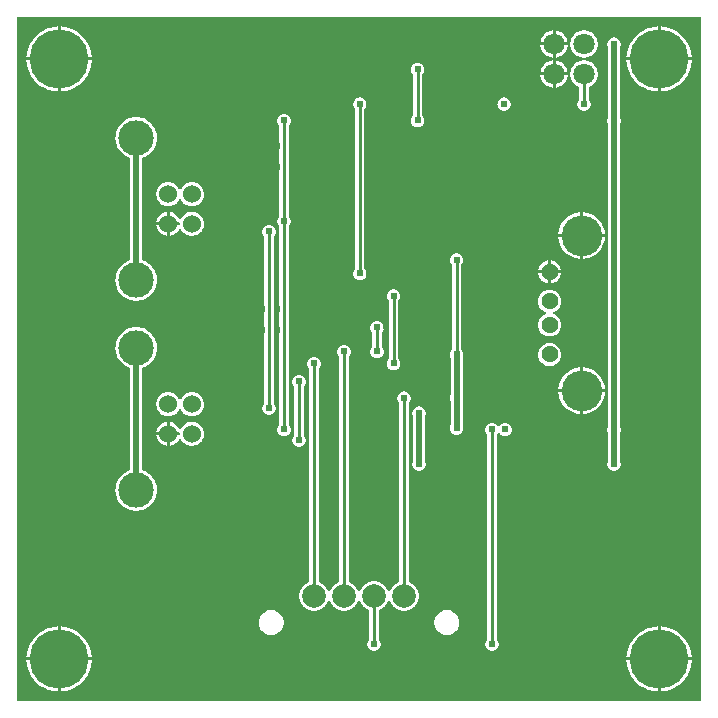
<source format=gbl>
G04 Layer: BottomLayer*
G04 EasyEDA v6.5.34, 2023-09-10 21:38:17*
G04 5915201a24e44bbb9a238a9ce508910a,5a6b42c53f6a479593ecc07194224c93,10*
G04 Gerber Generator version 0.2*
G04 Scale: 100 percent, Rotated: No, Reflected: No *
G04 Dimensions in millimeters *
G04 leading zeros omitted , absolute positions ,4 integer and 5 decimal *
%FSLAX45Y45*%
%MOMM*%

%ADD10C,0.2540*%
%ADD11C,0.5000*%
%ADD12C,3.0000*%
%ADD13C,1.5240*%
%ADD14C,1.4310*%
%ADD15C,3.4501*%
%ADD16C,5.0000*%
%ADD17C,2.0000*%
%ADD18C,1.8000*%
%ADD19C,0.6096*%
%ADD20C,0.0183*%

%LPD*%
G36*
X5805932Y25908D02*
G01*
X36068Y26416D01*
X32156Y27178D01*
X28905Y29362D01*
X26670Y32664D01*
X25908Y36576D01*
X25908Y5805932D01*
X26670Y5809792D01*
X28905Y5813094D01*
X32156Y5815330D01*
X36068Y5816092D01*
X5805932Y5816092D01*
X5809792Y5815330D01*
X5813094Y5813094D01*
X5815330Y5809792D01*
X5816092Y5805932D01*
X5816092Y36068D01*
X5815330Y32156D01*
X5813094Y28905D01*
X5809792Y26670D01*
G37*

%LPC*%
G36*
X4584700Y5600700D02*
G01*
X4687112Y5600700D01*
X4686960Y5602528D01*
X4684268Y5616803D01*
X4679746Y5630672D01*
X4673549Y5643829D01*
X4665776Y5656122D01*
X4656480Y5667349D01*
X4645863Y5677306D01*
X4634077Y5685840D01*
X4621326Y5692851D01*
X4607814Y5698236D01*
X4593691Y5701842D01*
X4584700Y5702960D01*
G37*
G36*
X393700Y105562D02*
G01*
X398322Y105664D01*
X421284Y108051D01*
X443992Y112369D01*
X466242Y118618D01*
X487883Y126644D01*
X508812Y136499D01*
X528828Y148031D01*
X547776Y161239D01*
X565607Y175971D01*
X582117Y192125D01*
X597204Y209600D01*
X610819Y228295D01*
X622757Y248107D01*
X633018Y268782D01*
X641553Y290271D01*
X648208Y312369D01*
X653034Y334975D01*
X655929Y357886D01*
X656336Y368300D01*
X393700Y368300D01*
G37*
G36*
X5448300Y105613D02*
G01*
X5448300Y368300D01*
X5185410Y368300D01*
X5187289Y346405D01*
X5191099Y323646D01*
X5196890Y301244D01*
X5204460Y279450D01*
X5213858Y258317D01*
X5224983Y238099D01*
X5237784Y218846D01*
X5252161Y200710D01*
X5267960Y183896D01*
X5285130Y168402D01*
X5303520Y154432D01*
X5323027Y142036D01*
X5343499Y131368D01*
X5364835Y122377D01*
X5386781Y115265D01*
X5409285Y109982D01*
X5432145Y106629D01*
G37*
G36*
X368300Y105613D02*
G01*
X368300Y368300D01*
X105410Y368300D01*
X107289Y346405D01*
X111099Y323646D01*
X116890Y301244D01*
X124460Y279450D01*
X133858Y258317D01*
X144983Y238099D01*
X157784Y218846D01*
X172161Y200710D01*
X187960Y183896D01*
X205130Y168402D01*
X223520Y154432D01*
X243027Y142036D01*
X263499Y131368D01*
X284835Y122377D01*
X306781Y115265D01*
X329285Y109982D01*
X352145Y106629D01*
G37*
G36*
X393700Y393700D02*
G01*
X656336Y393700D01*
X655929Y404063D01*
X653034Y427024D01*
X648208Y449630D01*
X641553Y471728D01*
X633018Y493217D01*
X622757Y513892D01*
X610819Y533654D01*
X597204Y552348D01*
X582117Y569874D01*
X565607Y586028D01*
X547776Y600760D01*
X528828Y613968D01*
X508812Y625500D01*
X487883Y635355D01*
X466242Y643382D01*
X443992Y649630D01*
X421284Y653948D01*
X398322Y656336D01*
X393700Y656437D01*
G37*
G36*
X5473700Y393700D02*
G01*
X5736336Y393700D01*
X5735929Y404063D01*
X5733034Y427024D01*
X5728208Y449630D01*
X5721553Y471728D01*
X5713018Y493217D01*
X5702757Y513892D01*
X5690819Y533654D01*
X5677204Y552348D01*
X5662117Y569874D01*
X5645607Y586028D01*
X5627776Y600760D01*
X5608828Y613968D01*
X5588812Y625500D01*
X5567883Y635355D01*
X5546242Y643382D01*
X5523992Y649630D01*
X5501284Y653948D01*
X5478322Y656336D01*
X5473700Y656437D01*
G37*
G36*
X105410Y393700D02*
G01*
X368300Y393700D01*
X368300Y656386D01*
X352145Y655370D01*
X329285Y652018D01*
X306781Y646734D01*
X284835Y639572D01*
X263499Y630631D01*
X243027Y619912D01*
X223520Y607568D01*
X205130Y593598D01*
X187960Y578104D01*
X172161Y561289D01*
X157784Y543153D01*
X144983Y523900D01*
X133858Y503682D01*
X124460Y482549D01*
X116890Y460756D01*
X111099Y438353D01*
X107289Y415594D01*
G37*
G36*
X5185410Y393700D02*
G01*
X5448300Y393700D01*
X5448300Y656386D01*
X5432145Y655370D01*
X5409285Y652018D01*
X5386781Y646734D01*
X5364835Y639572D01*
X5343499Y630631D01*
X5323027Y619912D01*
X5303520Y607568D01*
X5285130Y593598D01*
X5267960Y578104D01*
X5252161Y561289D01*
X5237784Y543153D01*
X5224983Y523900D01*
X5213858Y503682D01*
X5204460Y482549D01*
X5196890Y460756D01*
X5191099Y438353D01*
X5187289Y415594D01*
G37*
G36*
X4047083Y451662D02*
G01*
X4056887Y452526D01*
X4066336Y455066D01*
X4075277Y459232D01*
X4083304Y464820D01*
X4090263Y471779D01*
X4095902Y479856D01*
X4100017Y488746D01*
X4102557Y498246D01*
X4103420Y508000D01*
X4102557Y517804D01*
X4100017Y527304D01*
X4095902Y536194D01*
X4090263Y544220D01*
X4088688Y545795D01*
X4086453Y549097D01*
X4085691Y553008D01*
X4085691Y2279091D01*
X4086453Y2283002D01*
X4088688Y2286304D01*
X4090263Y2287879D01*
X4093768Y2292908D01*
X4096562Y2295601D01*
X4100169Y2297023D01*
X4104030Y2297023D01*
X4107637Y2295601D01*
X4110431Y2292908D01*
X4113936Y2287879D01*
X4120845Y2280920D01*
X4128922Y2275281D01*
X4137812Y2271166D01*
X4147312Y2268626D01*
X4157116Y2267762D01*
X4166870Y2268626D01*
X4176369Y2271166D01*
X4185259Y2275281D01*
X4193336Y2280920D01*
X4200245Y2287879D01*
X4205884Y2295906D01*
X4210050Y2304846D01*
X4212590Y2314295D01*
X4213453Y2324100D01*
X4212590Y2333904D01*
X4210050Y2343353D01*
X4205884Y2352294D01*
X4200245Y2360320D01*
X4193336Y2367280D01*
X4185259Y2372918D01*
X4176369Y2377033D01*
X4166870Y2379573D01*
X4157116Y2380437D01*
X4147312Y2379573D01*
X4137812Y2377033D01*
X4128922Y2372918D01*
X4120845Y2367280D01*
X4113936Y2360320D01*
X4110431Y2355291D01*
X4107637Y2352598D01*
X4104030Y2351176D01*
X4100169Y2351176D01*
X4096562Y2352598D01*
X4093768Y2355291D01*
X4090263Y2360320D01*
X4083304Y2367280D01*
X4075277Y2372918D01*
X4066336Y2377033D01*
X4056887Y2379573D01*
X4047083Y2380437D01*
X4037279Y2379573D01*
X4027830Y2377033D01*
X4018889Y2372918D01*
X4010863Y2367280D01*
X4003903Y2360320D01*
X3998264Y2352294D01*
X3994150Y2343353D01*
X3991610Y2333904D01*
X3990746Y2324100D01*
X3991610Y2314295D01*
X3994150Y2304846D01*
X3998264Y2295906D01*
X4003903Y2287879D01*
X4005478Y2286304D01*
X4007713Y2283002D01*
X4008475Y2279091D01*
X4008475Y553008D01*
X4007713Y549097D01*
X4005478Y545795D01*
X4003903Y544220D01*
X3998264Y536194D01*
X3994150Y527304D01*
X3991610Y517804D01*
X3990746Y508000D01*
X3991610Y498246D01*
X3994150Y488746D01*
X3998264Y479856D01*
X4003903Y471779D01*
X4010863Y464820D01*
X4018889Y459232D01*
X4027830Y455066D01*
X4037279Y452526D01*
G37*
G36*
X3048000Y451713D02*
G01*
X3057804Y452577D01*
X3067253Y455117D01*
X3076194Y459232D01*
X3084220Y464870D01*
X3091180Y471830D01*
X3096818Y479856D01*
X3100933Y488797D01*
X3103473Y498246D01*
X3104337Y508050D01*
X3103473Y517855D01*
X3100933Y527304D01*
X3096818Y536244D01*
X3091180Y544271D01*
X3089605Y545846D01*
X3087370Y549148D01*
X3086608Y553059D01*
X3086608Y787400D01*
X3087319Y791210D01*
X3089452Y794410D01*
X3092602Y796645D01*
X3106521Y802894D01*
X3119526Y810768D01*
X3131464Y820166D01*
X3142234Y830884D01*
X3151581Y842873D01*
X3159455Y855878D01*
X3165754Y869797D01*
X3167938Y872947D01*
X3171190Y875080D01*
X3175000Y875792D01*
X3178810Y875080D01*
X3182010Y872947D01*
X3184245Y869797D01*
X3190544Y855878D01*
X3198368Y842873D01*
X3207766Y830884D01*
X3218535Y820166D01*
X3230473Y810768D01*
X3243478Y802894D01*
X3257346Y796696D01*
X3271875Y792175D01*
X3286810Y789432D01*
X3302000Y788517D01*
X3317189Y789432D01*
X3332124Y792175D01*
X3346653Y796696D01*
X3360521Y802894D01*
X3373526Y810768D01*
X3385464Y820166D01*
X3396234Y830884D01*
X3405581Y842873D01*
X3413455Y855878D01*
X3419703Y869746D01*
X3424224Y884275D01*
X3426968Y899210D01*
X3427882Y914400D01*
X3426968Y929538D01*
X3424224Y944524D01*
X3419703Y959002D01*
X3413455Y972870D01*
X3405581Y985875D01*
X3396234Y997864D01*
X3385464Y1008634D01*
X3373526Y1017981D01*
X3360521Y1025855D01*
X3346602Y1032103D01*
X3343452Y1034338D01*
X3341319Y1037590D01*
X3340608Y1041400D01*
X3340608Y2545791D01*
X3341370Y2549702D01*
X3343605Y2553004D01*
X3345179Y2554579D01*
X3350818Y2562606D01*
X3354933Y2571546D01*
X3357473Y2580995D01*
X3358337Y2590800D01*
X3357473Y2600604D01*
X3354933Y2610053D01*
X3350818Y2618994D01*
X3345179Y2627020D01*
X3338220Y2633980D01*
X3330194Y2639618D01*
X3321253Y2643733D01*
X3311804Y2646273D01*
X3302000Y2647137D01*
X3292195Y2646273D01*
X3282746Y2643733D01*
X3273806Y2639618D01*
X3265779Y2633980D01*
X3258820Y2627020D01*
X3253181Y2618994D01*
X3249066Y2610053D01*
X3246526Y2600604D01*
X3245662Y2590800D01*
X3246526Y2580995D01*
X3249066Y2571546D01*
X3253181Y2562606D01*
X3258820Y2554579D01*
X3260394Y2553004D01*
X3262629Y2549702D01*
X3263392Y2545791D01*
X3263392Y1041400D01*
X3262680Y1037590D01*
X3260547Y1034338D01*
X3257397Y1032103D01*
X3243478Y1025855D01*
X3230473Y1017981D01*
X3218535Y1008634D01*
X3207766Y997864D01*
X3198368Y985875D01*
X3190544Y972870D01*
X3184245Y958951D01*
X3182010Y955802D01*
X3178810Y953719D01*
X3175000Y952957D01*
X3171190Y953719D01*
X3167938Y955802D01*
X3165754Y958951D01*
X3159455Y972870D01*
X3151581Y985875D01*
X3142234Y997864D01*
X3131464Y1008634D01*
X3119526Y1017981D01*
X3106521Y1025855D01*
X3092653Y1032103D01*
X3078124Y1036624D01*
X3063189Y1039368D01*
X3048000Y1040282D01*
X3032810Y1039368D01*
X3017875Y1036624D01*
X3003346Y1032103D01*
X2989478Y1025855D01*
X2976473Y1017981D01*
X2964535Y1008634D01*
X2953766Y997864D01*
X2944368Y985875D01*
X2936544Y972870D01*
X2930245Y958951D01*
X2928010Y955802D01*
X2924810Y953719D01*
X2921000Y952957D01*
X2917190Y953719D01*
X2913938Y955802D01*
X2911754Y958951D01*
X2905455Y972870D01*
X2897581Y985875D01*
X2888234Y997864D01*
X2877464Y1008634D01*
X2865526Y1017981D01*
X2852521Y1025855D01*
X2838602Y1032103D01*
X2835452Y1034338D01*
X2833319Y1037590D01*
X2832608Y1041400D01*
X2832608Y2939491D01*
X2833370Y2943402D01*
X2835605Y2946704D01*
X2837180Y2948279D01*
X2842818Y2956306D01*
X2846933Y2965246D01*
X2849473Y2974695D01*
X2850337Y2984500D01*
X2849473Y2994304D01*
X2846933Y3003753D01*
X2842818Y3012694D01*
X2837180Y3020720D01*
X2830220Y3027680D01*
X2822194Y3033318D01*
X2813253Y3037433D01*
X2803804Y3039973D01*
X2794000Y3040837D01*
X2784195Y3039973D01*
X2774746Y3037433D01*
X2765806Y3033318D01*
X2757779Y3027680D01*
X2750820Y3020720D01*
X2745181Y3012694D01*
X2741066Y3003753D01*
X2738526Y2994304D01*
X2737662Y2984500D01*
X2738526Y2974695D01*
X2741066Y2965246D01*
X2745181Y2956306D01*
X2750820Y2948279D01*
X2752394Y2946704D01*
X2754630Y2943402D01*
X2755392Y2939542D01*
X2755392Y1041400D01*
X2754680Y1037590D01*
X2752547Y1034338D01*
X2749397Y1032103D01*
X2735478Y1025855D01*
X2722473Y1017981D01*
X2710535Y1008634D01*
X2699766Y997864D01*
X2690368Y985875D01*
X2682544Y972870D01*
X2676245Y958951D01*
X2674010Y955802D01*
X2670810Y953719D01*
X2667000Y952957D01*
X2663190Y953719D01*
X2659938Y955802D01*
X2657754Y958951D01*
X2651455Y972870D01*
X2643581Y985875D01*
X2634234Y997864D01*
X2623464Y1008634D01*
X2611526Y1017981D01*
X2598521Y1025855D01*
X2584602Y1032103D01*
X2581452Y1034338D01*
X2579319Y1037590D01*
X2578608Y1041400D01*
X2578608Y2837891D01*
X2579370Y2841802D01*
X2581605Y2845104D01*
X2583180Y2846679D01*
X2588818Y2854706D01*
X2592933Y2863646D01*
X2595473Y2873095D01*
X2596337Y2882900D01*
X2595473Y2892704D01*
X2592933Y2902153D01*
X2588818Y2911094D01*
X2583180Y2919120D01*
X2576220Y2926080D01*
X2568194Y2931718D01*
X2559253Y2935833D01*
X2549804Y2938373D01*
X2540000Y2939237D01*
X2530195Y2938373D01*
X2520746Y2935833D01*
X2511806Y2931718D01*
X2503779Y2926080D01*
X2496820Y2919120D01*
X2491181Y2911094D01*
X2487066Y2902153D01*
X2484526Y2892704D01*
X2483662Y2882900D01*
X2484526Y2873095D01*
X2487066Y2863646D01*
X2491181Y2854706D01*
X2496820Y2846679D01*
X2498394Y2845104D01*
X2500630Y2841802D01*
X2501392Y2837942D01*
X2501392Y1041400D01*
X2500680Y1037590D01*
X2498547Y1034338D01*
X2495397Y1032103D01*
X2481478Y1025855D01*
X2468473Y1017981D01*
X2456535Y1008634D01*
X2445766Y997864D01*
X2436368Y985875D01*
X2428544Y972870D01*
X2422296Y959002D01*
X2417775Y944524D01*
X2415032Y929538D01*
X2414117Y914400D01*
X2415032Y899210D01*
X2417775Y884275D01*
X2422296Y869746D01*
X2428544Y855878D01*
X2436368Y842873D01*
X2445766Y830884D01*
X2456535Y820166D01*
X2468473Y810768D01*
X2481478Y802894D01*
X2495346Y796696D01*
X2509875Y792175D01*
X2524810Y789432D01*
X2540000Y788517D01*
X2555189Y789432D01*
X2570124Y792175D01*
X2584653Y796696D01*
X2598521Y802894D01*
X2611526Y810768D01*
X2623464Y820166D01*
X2634234Y830884D01*
X2643581Y842873D01*
X2651455Y855878D01*
X2657754Y869797D01*
X2659938Y872947D01*
X2663190Y875080D01*
X2667000Y875792D01*
X2670810Y875080D01*
X2674010Y872947D01*
X2676245Y869797D01*
X2682544Y855878D01*
X2690368Y842873D01*
X2699766Y830884D01*
X2710535Y820166D01*
X2722473Y810768D01*
X2735478Y802894D01*
X2749346Y796696D01*
X2763875Y792175D01*
X2778810Y789432D01*
X2794000Y788517D01*
X2809189Y789432D01*
X2824124Y792175D01*
X2838653Y796696D01*
X2852521Y802894D01*
X2865526Y810768D01*
X2877464Y820166D01*
X2888234Y830884D01*
X2897581Y842873D01*
X2905455Y855878D01*
X2911754Y869797D01*
X2913938Y872947D01*
X2917190Y875080D01*
X2921000Y875792D01*
X2924810Y875080D01*
X2928010Y872947D01*
X2930245Y869797D01*
X2936544Y855878D01*
X2944368Y842873D01*
X2953766Y830884D01*
X2964535Y820166D01*
X2976473Y810768D01*
X2989478Y802894D01*
X3003397Y796645D01*
X3006547Y794410D01*
X3008680Y791159D01*
X3009392Y787400D01*
X3009392Y553059D01*
X3008630Y549148D01*
X3006394Y545846D01*
X3004820Y544271D01*
X2999181Y536244D01*
X2995066Y527304D01*
X2992526Y517855D01*
X2991662Y508050D01*
X2992526Y498246D01*
X2995066Y488797D01*
X2999181Y479856D01*
X3004820Y471830D01*
X3011779Y464870D01*
X3019806Y459232D01*
X3028746Y455117D01*
X3038195Y452577D01*
G37*
G36*
X2177440Y583488D02*
G01*
X2191258Y584403D01*
X2204821Y587095D01*
X2217978Y591566D01*
X2230374Y597662D01*
X2241905Y605383D01*
X2252319Y614527D01*
X2261463Y624941D01*
X2269134Y636422D01*
X2275281Y648868D01*
X2279700Y661974D01*
X2282444Y675538D01*
X2283307Y689356D01*
X2282444Y703224D01*
X2279700Y716788D01*
X2275281Y729894D01*
X2269134Y742340D01*
X2261463Y753821D01*
X2252319Y764235D01*
X2241905Y773379D01*
X2230374Y781100D01*
X2217978Y787196D01*
X2204821Y791667D01*
X2191258Y794359D01*
X2177440Y795274D01*
X2163622Y794359D01*
X2150059Y791667D01*
X2136902Y787196D01*
X2124506Y781100D01*
X2112975Y773379D01*
X2102561Y764235D01*
X2093417Y753821D01*
X2085746Y742340D01*
X2079599Y729894D01*
X2075180Y716788D01*
X2072436Y703224D01*
X2071573Y689356D01*
X2072436Y675538D01*
X2075180Y661974D01*
X2079599Y648868D01*
X2085746Y636422D01*
X2093417Y624941D01*
X2102561Y614527D01*
X2112975Y605383D01*
X2124506Y597662D01*
X2136902Y591566D01*
X2150059Y587095D01*
X2163622Y584403D01*
G37*
G36*
X3664559Y583488D02*
G01*
X3678377Y584403D01*
X3691940Y587095D01*
X3705047Y591566D01*
X3717493Y597662D01*
X3728974Y605383D01*
X3739387Y614527D01*
X3748532Y624941D01*
X3756253Y636422D01*
X3762349Y648868D01*
X3766820Y661974D01*
X3769512Y675538D01*
X3770426Y689356D01*
X3769512Y703224D01*
X3766820Y716788D01*
X3762349Y729894D01*
X3756253Y742340D01*
X3748532Y753821D01*
X3739387Y764235D01*
X3728974Y773379D01*
X3717493Y781100D01*
X3705047Y787196D01*
X3691940Y791667D01*
X3678377Y794359D01*
X3664559Y795274D01*
X3650691Y794359D01*
X3637127Y791667D01*
X3624021Y787196D01*
X3611575Y781100D01*
X3600094Y773379D01*
X3589680Y764235D01*
X3580536Y753821D01*
X3572814Y742340D01*
X3566718Y729894D01*
X3562248Y716788D01*
X3559556Y703224D01*
X3558641Y689356D01*
X3559556Y675538D01*
X3562248Y661974D01*
X3566718Y648868D01*
X3572814Y636422D01*
X3580536Y624941D01*
X3589680Y614527D01*
X3600094Y605383D01*
X3611575Y597662D01*
X3624021Y591566D01*
X3637127Y587095D01*
X3650691Y584403D01*
G37*
G36*
X4456887Y5600700D02*
G01*
X4559300Y5600700D01*
X4559300Y5702960D01*
X4550308Y5701842D01*
X4536186Y5698236D01*
X4522673Y5692851D01*
X4509922Y5685840D01*
X4498136Y5677306D01*
X4487519Y5667349D01*
X4478223Y5656122D01*
X4470450Y5643829D01*
X4464253Y5630672D01*
X4459732Y5616803D01*
X4457039Y5602528D01*
G37*
G36*
X105410Y5473700D02*
G01*
X368300Y5473700D01*
X368300Y5736386D01*
X352145Y5735370D01*
X329285Y5732018D01*
X306781Y5726734D01*
X284835Y5719572D01*
X263499Y5710631D01*
X243027Y5699912D01*
X223520Y5687568D01*
X205130Y5673598D01*
X187960Y5658104D01*
X172161Y5641289D01*
X157784Y5623153D01*
X144983Y5603900D01*
X133858Y5583682D01*
X124460Y5562549D01*
X116890Y5540756D01*
X111099Y5518353D01*
X107289Y5495594D01*
G37*
G36*
X5185410Y5473700D02*
G01*
X5448300Y5473700D01*
X5448300Y5736386D01*
X5432145Y5735370D01*
X5409285Y5732018D01*
X5386781Y5726734D01*
X5364835Y5719572D01*
X5343499Y5710631D01*
X5323027Y5699912D01*
X5303520Y5687568D01*
X5285130Y5673598D01*
X5267960Y5658104D01*
X5252161Y5641289D01*
X5237784Y5623153D01*
X5224983Y5603900D01*
X5213858Y5583682D01*
X5204460Y5562549D01*
X5196890Y5540756D01*
X5191099Y5518353D01*
X5187289Y5495594D01*
G37*
G36*
X393700Y5473700D02*
G01*
X656336Y5473700D01*
X655929Y5484063D01*
X653034Y5507024D01*
X648208Y5529630D01*
X641553Y5551728D01*
X633018Y5573217D01*
X622757Y5593892D01*
X610819Y5613654D01*
X597204Y5632348D01*
X582117Y5649874D01*
X565607Y5666028D01*
X547776Y5680760D01*
X528828Y5693968D01*
X508812Y5705500D01*
X487883Y5715355D01*
X466242Y5723382D01*
X443992Y5729630D01*
X421284Y5733948D01*
X398322Y5736336D01*
X393700Y5736437D01*
G37*
G36*
X5473700Y5473700D02*
G01*
X5736336Y5473700D01*
X5735929Y5484063D01*
X5733034Y5507024D01*
X5728208Y5529630D01*
X5721553Y5551728D01*
X5713018Y5573217D01*
X5702757Y5593892D01*
X5690819Y5613654D01*
X5677204Y5632348D01*
X5662117Y5649874D01*
X5645607Y5666028D01*
X5627776Y5680760D01*
X5608828Y5693968D01*
X5588812Y5705500D01*
X5567883Y5715355D01*
X5546242Y5723382D01*
X5523992Y5729630D01*
X5501284Y5733948D01*
X5478322Y5736336D01*
X5473700Y5736437D01*
G37*
G36*
X4584700Y5473039D02*
G01*
X4593691Y5474157D01*
X4607814Y5477764D01*
X4621326Y5483148D01*
X4634077Y5490159D01*
X4645863Y5498693D01*
X4656480Y5508650D01*
X4665776Y5519877D01*
X4673549Y5532170D01*
X4679746Y5545328D01*
X4684268Y5559196D01*
X4686960Y5573471D01*
X4687112Y5575300D01*
X4584700Y5575300D01*
G37*
G36*
X1034491Y1635099D02*
G01*
X1052576Y1636014D01*
X1070508Y1638807D01*
X1087983Y1643430D01*
X1104950Y1649831D01*
X1121156Y1657908D01*
X1136446Y1667662D01*
X1150620Y1678889D01*
X1163574Y1691538D01*
X1175207Y1705406D01*
X1185316Y1720443D01*
X1193800Y1736445D01*
X1200658Y1753209D01*
X1205687Y1770583D01*
X1208938Y1788414D01*
X1210360Y1806448D01*
X1209903Y1824583D01*
X1207566Y1842516D01*
X1203401Y1860143D01*
X1197457Y1877263D01*
X1189786Y1893671D01*
X1180439Y1909165D01*
X1169568Y1923694D01*
X1157274Y1936953D01*
X1143660Y1948942D01*
X1128928Y1959406D01*
X1113129Y1968347D01*
X1096568Y1975561D01*
X1092504Y1976882D01*
X1088796Y1978964D01*
X1086307Y1982419D01*
X1085443Y1986534D01*
X1085443Y2839466D01*
X1086256Y2843428D01*
X1088542Y2846781D01*
X1091996Y2848965D01*
X1104950Y2853842D01*
X1121156Y2861919D01*
X1136446Y2871673D01*
X1150620Y2882900D01*
X1163574Y2895549D01*
X1175207Y2909417D01*
X1185316Y2924454D01*
X1193800Y2940456D01*
X1200658Y2957220D01*
X1205687Y2974594D01*
X1208938Y2992424D01*
X1210360Y3010458D01*
X1209903Y3028594D01*
X1207566Y3046526D01*
X1203401Y3064154D01*
X1197457Y3081274D01*
X1189786Y3097682D01*
X1180439Y3113176D01*
X1169568Y3127705D01*
X1157274Y3140964D01*
X1143660Y3152952D01*
X1128928Y3163417D01*
X1113129Y3172358D01*
X1096568Y3179572D01*
X1079296Y3185109D01*
X1061567Y3188817D01*
X1043584Y3190646D01*
X1025448Y3190646D01*
X1007465Y3188817D01*
X989736Y3185109D01*
X972464Y3179572D01*
X955852Y3172358D01*
X940104Y3163417D01*
X925321Y3152952D01*
X911758Y3140964D01*
X899464Y3127705D01*
X888593Y3113176D01*
X879246Y3097682D01*
X871575Y3081274D01*
X865632Y3064154D01*
X861466Y3046526D01*
X859129Y3028594D01*
X858672Y3010458D01*
X860094Y2992424D01*
X863295Y2974594D01*
X868375Y2957220D01*
X875182Y2940456D01*
X883716Y2924454D01*
X893826Y2909417D01*
X905408Y2895549D01*
X918413Y2882900D01*
X932586Y2871673D01*
X947877Y2861919D01*
X964082Y2853842D01*
X977036Y2848965D01*
X980490Y2846781D01*
X982776Y2843428D01*
X983589Y2839415D01*
X983589Y1986584D01*
X982726Y1982419D01*
X980236Y1979015D01*
X976528Y1976882D01*
X972464Y1975561D01*
X955852Y1968347D01*
X940104Y1959406D01*
X925321Y1948942D01*
X911758Y1936953D01*
X899464Y1923694D01*
X888593Y1909165D01*
X879246Y1893671D01*
X871575Y1877263D01*
X865632Y1860143D01*
X861466Y1842516D01*
X859129Y1824583D01*
X858672Y1806448D01*
X860094Y1788414D01*
X863295Y1770583D01*
X868375Y1753209D01*
X875182Y1736445D01*
X883716Y1720443D01*
X893826Y1705406D01*
X905408Y1691538D01*
X918413Y1678889D01*
X932586Y1667662D01*
X947877Y1657908D01*
X964082Y1649831D01*
X980998Y1643430D01*
X998524Y1638807D01*
X1016406Y1636014D01*
G37*
G36*
X3429000Y1975662D02*
G01*
X3438804Y1976526D01*
X3448253Y1979066D01*
X3457194Y1983181D01*
X3465220Y1988820D01*
X3472179Y1995779D01*
X3477818Y2003806D01*
X3481933Y2012746D01*
X3484473Y2022195D01*
X3485337Y2032000D01*
X3484473Y2041804D01*
X3481933Y2051253D01*
X3480866Y2053589D01*
X3479901Y2057907D01*
X3479901Y2437892D01*
X3480866Y2442210D01*
X3481933Y2444546D01*
X3484473Y2453995D01*
X3485337Y2463800D01*
X3484473Y2473604D01*
X3481933Y2483053D01*
X3477818Y2491994D01*
X3472179Y2500020D01*
X3465220Y2506980D01*
X3457194Y2512618D01*
X3448253Y2516733D01*
X3438804Y2519273D01*
X3429000Y2520137D01*
X3419195Y2519273D01*
X3409746Y2516733D01*
X3400806Y2512618D01*
X3392779Y2506980D01*
X3385820Y2500020D01*
X3380181Y2491994D01*
X3376066Y2483053D01*
X3373526Y2473604D01*
X3372662Y2463800D01*
X3373526Y2453995D01*
X3376066Y2444546D01*
X3377133Y2442210D01*
X3378098Y2437892D01*
X3378098Y2057907D01*
X3377133Y2053589D01*
X3376066Y2051253D01*
X3373526Y2041804D01*
X3372662Y2032000D01*
X3373526Y2022195D01*
X3376066Y2012746D01*
X3380181Y2003806D01*
X3385820Y1995779D01*
X3392779Y1988820D01*
X3400806Y1983181D01*
X3409746Y1979066D01*
X3419195Y1976526D01*
G37*
G36*
X5080000Y1975662D02*
G01*
X5089804Y1976526D01*
X5099253Y1979066D01*
X5108194Y1983181D01*
X5116220Y1988820D01*
X5123180Y1995779D01*
X5128818Y2003806D01*
X5132933Y2012746D01*
X5135473Y2022195D01*
X5136337Y2032000D01*
X5135473Y2041804D01*
X5132933Y2051253D01*
X5131866Y2053589D01*
X5130901Y2057907D01*
X5130901Y2298192D01*
X5131866Y2302510D01*
X5132933Y2304846D01*
X5135473Y2314295D01*
X5136337Y2324100D01*
X5135473Y2333904D01*
X5132933Y2343353D01*
X5131866Y2345690D01*
X5130901Y2350008D01*
X5130901Y4914392D01*
X5131866Y4918710D01*
X5132933Y4921046D01*
X5135473Y4930495D01*
X5136337Y4940300D01*
X5135473Y4950104D01*
X5132933Y4959553D01*
X5131866Y4961890D01*
X5130901Y4966208D01*
X5130901Y5562092D01*
X5131866Y5566410D01*
X5132933Y5568746D01*
X5135473Y5578195D01*
X5136337Y5588000D01*
X5135473Y5597804D01*
X5132933Y5607253D01*
X5128818Y5616194D01*
X5123180Y5624220D01*
X5116220Y5631180D01*
X5108194Y5636818D01*
X5099253Y5640933D01*
X5089804Y5643473D01*
X5080000Y5644337D01*
X5070195Y5643473D01*
X5060746Y5640933D01*
X5051806Y5636818D01*
X5043779Y5631180D01*
X5036820Y5624220D01*
X5031181Y5616194D01*
X5027066Y5607253D01*
X5024526Y5597804D01*
X5023662Y5588000D01*
X5024526Y5578195D01*
X5027066Y5568746D01*
X5028133Y5566410D01*
X5029098Y5562092D01*
X5029098Y4966208D01*
X5028133Y4961890D01*
X5027066Y4959553D01*
X5024526Y4950104D01*
X5023662Y4940300D01*
X5024526Y4930495D01*
X5027066Y4921046D01*
X5028133Y4918659D01*
X5029098Y4914392D01*
X5029098Y2350008D01*
X5028133Y2345690D01*
X5027066Y2343353D01*
X5024526Y2333904D01*
X5023662Y2324100D01*
X5024526Y2314295D01*
X5027066Y2304846D01*
X5028133Y2302510D01*
X5029098Y2298192D01*
X5029098Y2057907D01*
X5028133Y2053589D01*
X5027066Y2051253D01*
X5024526Y2041804D01*
X5023662Y2032000D01*
X5024526Y2022195D01*
X5027066Y2012746D01*
X5031181Y2003806D01*
X5036820Y1995779D01*
X5043779Y1988820D01*
X5051806Y1983181D01*
X5060746Y1979066D01*
X5070195Y1976526D01*
G37*
G36*
X2413000Y2178862D02*
G01*
X2422804Y2179726D01*
X2432253Y2182266D01*
X2441194Y2186381D01*
X2449220Y2192020D01*
X2456180Y2198979D01*
X2461818Y2207006D01*
X2465933Y2215946D01*
X2468473Y2225395D01*
X2469337Y2235200D01*
X2468473Y2245004D01*
X2465933Y2254453D01*
X2461818Y2263394D01*
X2456180Y2271420D01*
X2454605Y2272995D01*
X2452370Y2276297D01*
X2451608Y2280208D01*
X2451608Y2685491D01*
X2452370Y2689402D01*
X2454605Y2692704D01*
X2456180Y2694279D01*
X2461818Y2702306D01*
X2465933Y2711246D01*
X2468473Y2720695D01*
X2469337Y2730500D01*
X2468473Y2740304D01*
X2465933Y2749753D01*
X2461818Y2758694D01*
X2456180Y2766720D01*
X2449220Y2773680D01*
X2441194Y2779318D01*
X2432253Y2783433D01*
X2422804Y2785973D01*
X2413000Y2786837D01*
X2403195Y2785973D01*
X2393746Y2783433D01*
X2384806Y2779318D01*
X2376779Y2773680D01*
X2369820Y2766720D01*
X2364181Y2758694D01*
X2360066Y2749753D01*
X2357526Y2740304D01*
X2356662Y2730500D01*
X2357526Y2720695D01*
X2360066Y2711246D01*
X2364181Y2702306D01*
X2369820Y2694279D01*
X2371394Y2692704D01*
X2373630Y2689402D01*
X2374392Y2685542D01*
X2374392Y2280208D01*
X2373630Y2276297D01*
X2371394Y2272995D01*
X2369820Y2271420D01*
X2364181Y2263394D01*
X2360066Y2254453D01*
X2357526Y2245004D01*
X2356662Y2235200D01*
X2357526Y2225395D01*
X2360066Y2215946D01*
X2364181Y2207006D01*
X2369820Y2198979D01*
X2376779Y2192020D01*
X2384806Y2186381D01*
X2393746Y2182266D01*
X2403195Y2179726D01*
G37*
G36*
X1505508Y2185924D02*
G01*
X1519123Y2186838D01*
X1532483Y2189530D01*
X1545336Y2194001D01*
X1557528Y2200198D01*
X1568754Y2207869D01*
X1578864Y2217064D01*
X1587703Y2227478D01*
X1595018Y2238959D01*
X1600758Y2251303D01*
X1604822Y2264359D01*
X1607058Y2277770D01*
X1607515Y2291435D01*
X1606143Y2304999D01*
X1602994Y2318258D01*
X1598117Y2330958D01*
X1591564Y2342946D01*
X1583436Y2353919D01*
X1573987Y2363724D01*
X1563268Y2372156D01*
X1551533Y2379116D01*
X1538986Y2384450D01*
X1525828Y2388057D01*
X1512316Y2389886D01*
X1498701Y2389886D01*
X1485188Y2388057D01*
X1472031Y2384450D01*
X1459484Y2379116D01*
X1447749Y2372156D01*
X1437030Y2363724D01*
X1427530Y2353919D01*
X1419453Y2342946D01*
X1414424Y2333752D01*
X1411579Y2330500D01*
X1407668Y2328672D01*
X1403350Y2328672D01*
X1399438Y2330500D01*
X1396593Y2333752D01*
X1391564Y2342946D01*
X1383436Y2353919D01*
X1373987Y2363724D01*
X1363268Y2372156D01*
X1351534Y2379116D01*
X1338986Y2384450D01*
X1325829Y2388057D01*
X1318209Y2389073D01*
X1318209Y2300732D01*
X1393342Y2300732D01*
X1397152Y2299970D01*
X1400403Y2297836D01*
X1402638Y2294686D01*
X1403502Y2290876D01*
X1403654Y2285796D01*
X1402994Y2281834D01*
X1400810Y2278430D01*
X1397457Y2276094D01*
X1393494Y2275332D01*
X1318209Y2275332D01*
X1318209Y2186787D01*
X1332484Y2189530D01*
X1345336Y2194001D01*
X1357528Y2200198D01*
X1368755Y2207869D01*
X1378864Y2217064D01*
X1387703Y2227478D01*
X1395018Y2238959D01*
X1396288Y2241651D01*
X1398524Y2244750D01*
X1401724Y2246833D01*
X1405483Y2247544D01*
X1409242Y2246833D01*
X1412494Y2244750D01*
X1414729Y2241651D01*
X1415999Y2238959D01*
X1423314Y2227478D01*
X1432102Y2217064D01*
X1442212Y2207869D01*
X1453489Y2200198D01*
X1465630Y2194001D01*
X1478534Y2189530D01*
X1491894Y2186838D01*
G37*
G36*
X1292809Y2186787D02*
G01*
X1292809Y2275332D01*
X1204366Y2275332D01*
X1206195Y2264359D01*
X1210259Y2251303D01*
X1215999Y2238959D01*
X1223314Y2227478D01*
X1232103Y2217064D01*
X1242212Y2207869D01*
X1253490Y2200198D01*
X1265631Y2194001D01*
X1278534Y2189530D01*
G37*
G36*
X4559300Y5473039D02*
G01*
X4559300Y5575300D01*
X4456887Y5575300D01*
X4457039Y5573471D01*
X4459732Y5559196D01*
X4464253Y5545328D01*
X4470450Y5532170D01*
X4478223Y5519877D01*
X4487519Y5508650D01*
X4498136Y5498693D01*
X4509922Y5490159D01*
X4522673Y5483148D01*
X4536186Y5477764D01*
X4550308Y5474157D01*
G37*
G36*
X2286000Y2267762D02*
G01*
X2295804Y2268626D01*
X2305253Y2271166D01*
X2314194Y2275281D01*
X2322220Y2280920D01*
X2329180Y2287879D01*
X2334818Y2295906D01*
X2338933Y2304846D01*
X2341473Y2314295D01*
X2342337Y2324100D01*
X2341473Y2333904D01*
X2338933Y2343353D01*
X2334818Y2352294D01*
X2329180Y2360320D01*
X2327605Y2361895D01*
X2325370Y2365197D01*
X2324608Y2369108D01*
X2324608Y4044391D01*
X2325370Y4048302D01*
X2327605Y4051604D01*
X2329180Y4053179D01*
X2334818Y4061206D01*
X2338933Y4070146D01*
X2341473Y4079595D01*
X2342337Y4089400D01*
X2341473Y4099204D01*
X2338933Y4108653D01*
X2334818Y4117594D01*
X2329180Y4125620D01*
X2327605Y4127195D01*
X2325370Y4130497D01*
X2324608Y4134408D01*
X2324608Y4895291D01*
X2325370Y4899202D01*
X2327605Y4902504D01*
X2329180Y4904079D01*
X2334818Y4912106D01*
X2338933Y4921046D01*
X2341473Y4930495D01*
X2342337Y4940300D01*
X2341473Y4950104D01*
X2338933Y4959553D01*
X2334818Y4968494D01*
X2329180Y4976520D01*
X2322220Y4983480D01*
X2314194Y4989118D01*
X2305253Y4993233D01*
X2295804Y4995773D01*
X2286000Y4996637D01*
X2276195Y4995773D01*
X2266746Y4993233D01*
X2257806Y4989118D01*
X2249779Y4983480D01*
X2242820Y4976520D01*
X2237181Y4968494D01*
X2233066Y4959553D01*
X2230526Y4950104D01*
X2229662Y4940300D01*
X2230526Y4930495D01*
X2233066Y4921046D01*
X2237181Y4912106D01*
X2242820Y4904079D01*
X2244394Y4902504D01*
X2246630Y4899202D01*
X2247392Y4895291D01*
X2247392Y4134408D01*
X2246630Y4130497D01*
X2244394Y4127195D01*
X2242820Y4125620D01*
X2237181Y4117594D01*
X2233066Y4108653D01*
X2230526Y4099204D01*
X2229662Y4089400D01*
X2230526Y4079595D01*
X2233066Y4070146D01*
X2237181Y4061206D01*
X2242820Y4053179D01*
X2244394Y4051604D01*
X2246630Y4048302D01*
X2247392Y4044391D01*
X2247392Y2369108D01*
X2246630Y2365197D01*
X2244394Y2361895D01*
X2242820Y2360320D01*
X2237181Y2352294D01*
X2233066Y2343353D01*
X2230526Y2333904D01*
X2229662Y2324100D01*
X2230526Y2314295D01*
X2233066Y2304846D01*
X2237181Y2295906D01*
X2242820Y2287879D01*
X2249779Y2280920D01*
X2257806Y2275281D01*
X2266746Y2271166D01*
X2276195Y2268626D01*
G37*
G36*
X4818735Y5472328D02*
G01*
X4833264Y5472328D01*
X4847691Y5474157D01*
X4861814Y5477764D01*
X4875326Y5483148D01*
X4888077Y5490159D01*
X4899863Y5498693D01*
X4910480Y5508650D01*
X4919776Y5519877D01*
X4927549Y5532170D01*
X4933746Y5545328D01*
X4938268Y5559196D01*
X4940960Y5573471D01*
X4941874Y5588000D01*
X4940960Y5602528D01*
X4938268Y5616803D01*
X4933746Y5630672D01*
X4927549Y5643829D01*
X4919776Y5656122D01*
X4910480Y5667349D01*
X4899863Y5677306D01*
X4888077Y5685840D01*
X4875326Y5692851D01*
X4861814Y5698236D01*
X4847691Y5701842D01*
X4833264Y5703671D01*
X4818735Y5703671D01*
X4804308Y5701842D01*
X4790186Y5698236D01*
X4776673Y5692851D01*
X4763922Y5685840D01*
X4752136Y5677306D01*
X4741519Y5667349D01*
X4732223Y5656122D01*
X4724450Y5643829D01*
X4718253Y5630672D01*
X4713732Y5616803D01*
X4711039Y5602528D01*
X4710125Y5588000D01*
X4711039Y5573471D01*
X4713732Y5559196D01*
X4718253Y5545328D01*
X4724450Y5532170D01*
X4732223Y5519877D01*
X4741519Y5508650D01*
X4752136Y5498693D01*
X4763922Y5490159D01*
X4776673Y5483148D01*
X4790186Y5477764D01*
X4804308Y5474157D01*
G37*
G36*
X3746500Y2280462D02*
G01*
X3756304Y2281326D01*
X3765753Y2283866D01*
X3774694Y2287981D01*
X3782720Y2293620D01*
X3789679Y2300579D01*
X3795318Y2308606D01*
X3799433Y2317546D01*
X3801973Y2326995D01*
X3802837Y2336800D01*
X3801973Y2346604D01*
X3799433Y2356053D01*
X3798366Y2358390D01*
X3797401Y2362708D01*
X3797401Y2564892D01*
X3798366Y2569210D01*
X3799433Y2571546D01*
X3801973Y2580995D01*
X3802837Y2590800D01*
X3801973Y2600604D01*
X3799433Y2610053D01*
X3798366Y2612390D01*
X3797401Y2616708D01*
X3797401Y2933192D01*
X3798366Y2937510D01*
X3799433Y2939846D01*
X3801973Y2949295D01*
X3802837Y2959100D01*
X3801973Y2968904D01*
X3799433Y2978353D01*
X3795318Y2987294D01*
X3789679Y2995320D01*
X3788105Y2996895D01*
X3785870Y3000197D01*
X3785108Y3004108D01*
X3785108Y3714191D01*
X3785870Y3718102D01*
X3788105Y3721404D01*
X3789679Y3722979D01*
X3795318Y3731006D01*
X3799433Y3739946D01*
X3801973Y3749395D01*
X3802837Y3759200D01*
X3801973Y3769004D01*
X3799433Y3778453D01*
X3795318Y3787394D01*
X3789679Y3795420D01*
X3782720Y3802379D01*
X3774694Y3808018D01*
X3765753Y3812133D01*
X3756304Y3814673D01*
X3746500Y3815537D01*
X3736695Y3814673D01*
X3727246Y3812133D01*
X3718306Y3808018D01*
X3710279Y3802379D01*
X3703320Y3795420D01*
X3697681Y3787394D01*
X3693566Y3778453D01*
X3691026Y3769004D01*
X3690162Y3759200D01*
X3691026Y3749395D01*
X3693566Y3739946D01*
X3697681Y3731006D01*
X3703320Y3722979D01*
X3704894Y3721404D01*
X3707129Y3718102D01*
X3707892Y3714191D01*
X3707892Y3004108D01*
X3707129Y3000197D01*
X3704894Y2996895D01*
X3703320Y2995320D01*
X3697681Y2987294D01*
X3693566Y2978353D01*
X3691026Y2968904D01*
X3690162Y2959100D01*
X3691026Y2949295D01*
X3693566Y2939846D01*
X3694633Y2937510D01*
X3695598Y2933192D01*
X3695598Y2616708D01*
X3694633Y2612390D01*
X3693566Y2610053D01*
X3691026Y2600604D01*
X3690162Y2590800D01*
X3691026Y2580995D01*
X3693566Y2571546D01*
X3694633Y2569210D01*
X3695598Y2564892D01*
X3695598Y2362708D01*
X3694633Y2358390D01*
X3693566Y2356053D01*
X3691026Y2346604D01*
X3690162Y2336800D01*
X3691026Y2326995D01*
X3693566Y2317546D01*
X3697681Y2308606D01*
X3703320Y2300579D01*
X3710279Y2293620D01*
X3718306Y2287981D01*
X3727246Y2283866D01*
X3736695Y2281326D01*
G37*
G36*
X1204417Y2300732D02*
G01*
X1292809Y2300732D01*
X1292809Y2389073D01*
X1285189Y2388057D01*
X1272032Y2384450D01*
X1259484Y2379116D01*
X1247749Y2372156D01*
X1237030Y2363724D01*
X1227531Y2353919D01*
X1219454Y2342946D01*
X1212900Y2330958D01*
X1208024Y2318258D01*
X1204823Y2304999D01*
G37*
G36*
X4456887Y5346700D02*
G01*
X4559300Y5346700D01*
X4559300Y5448960D01*
X4550308Y5447842D01*
X4536186Y5444236D01*
X4522673Y5438851D01*
X4509922Y5431840D01*
X4498136Y5423306D01*
X4487519Y5413349D01*
X4478223Y5402122D01*
X4470450Y5389829D01*
X4464253Y5376672D01*
X4459732Y5362803D01*
X4457039Y5348528D01*
G37*
G36*
X4584700Y5346700D02*
G01*
X4687112Y5346700D01*
X4686960Y5348528D01*
X4684268Y5362803D01*
X4679746Y5376672D01*
X4673549Y5389829D01*
X4665776Y5402122D01*
X4656480Y5413349D01*
X4645863Y5423306D01*
X4634077Y5431840D01*
X4621326Y5438851D01*
X4607814Y5444236D01*
X4593691Y5447842D01*
X4584700Y5448960D01*
G37*
G36*
X1305509Y2435910D02*
G01*
X1319123Y2436825D01*
X1332484Y2439517D01*
X1345336Y2443988D01*
X1357528Y2450185D01*
X1368755Y2457856D01*
X1378864Y2467051D01*
X1387703Y2477465D01*
X1395018Y2488946D01*
X1396288Y2491638D01*
X1398524Y2494737D01*
X1401724Y2496820D01*
X1405483Y2497531D01*
X1409242Y2496820D01*
X1412494Y2494737D01*
X1414729Y2491638D01*
X1415999Y2488946D01*
X1423314Y2477465D01*
X1432102Y2467051D01*
X1442212Y2457856D01*
X1453489Y2450185D01*
X1465630Y2443988D01*
X1478534Y2439517D01*
X1491894Y2436825D01*
X1505508Y2435910D01*
X1519123Y2436825D01*
X1532483Y2439517D01*
X1545336Y2443988D01*
X1557528Y2450185D01*
X1568754Y2457856D01*
X1578864Y2467051D01*
X1587703Y2477465D01*
X1595018Y2488946D01*
X1600758Y2501290D01*
X1604822Y2514346D01*
X1607058Y2527757D01*
X1607515Y2541422D01*
X1606143Y2554986D01*
X1602994Y2568244D01*
X1598117Y2580944D01*
X1591564Y2592933D01*
X1583436Y2603906D01*
X1573987Y2613710D01*
X1563268Y2622143D01*
X1551533Y2629103D01*
X1538986Y2634437D01*
X1525828Y2638044D01*
X1512316Y2639872D01*
X1498701Y2639872D01*
X1485188Y2638044D01*
X1472031Y2634437D01*
X1459484Y2629103D01*
X1447749Y2622143D01*
X1437030Y2613710D01*
X1427530Y2603906D01*
X1419453Y2592933D01*
X1414424Y2583738D01*
X1411579Y2580487D01*
X1407668Y2578658D01*
X1403350Y2578658D01*
X1399438Y2580487D01*
X1396593Y2583738D01*
X1391564Y2592933D01*
X1383436Y2603906D01*
X1373987Y2613710D01*
X1363268Y2622143D01*
X1351534Y2629103D01*
X1338986Y2634437D01*
X1325829Y2638044D01*
X1312316Y2639872D01*
X1298702Y2639872D01*
X1285189Y2638044D01*
X1272032Y2634437D01*
X1259484Y2629103D01*
X1247749Y2622143D01*
X1237030Y2613710D01*
X1227531Y2603906D01*
X1219454Y2592933D01*
X1212900Y2580944D01*
X1208024Y2568244D01*
X1204823Y2554986D01*
X1203452Y2541422D01*
X1203909Y2527757D01*
X1206195Y2514346D01*
X1210259Y2501290D01*
X1215999Y2488946D01*
X1223314Y2477465D01*
X1232103Y2467051D01*
X1242212Y2457856D01*
X1253490Y2450185D01*
X1265631Y2443988D01*
X1278534Y2439517D01*
X1291894Y2436825D01*
G37*
G36*
X4559300Y5219039D02*
G01*
X4559300Y5321300D01*
X4456887Y5321300D01*
X4457039Y5319471D01*
X4459732Y5305196D01*
X4464253Y5291328D01*
X4470450Y5278170D01*
X4478223Y5265877D01*
X4487519Y5254650D01*
X4498136Y5244693D01*
X4509922Y5236159D01*
X4522673Y5229148D01*
X4536186Y5223764D01*
X4550308Y5220157D01*
G37*
G36*
X2159000Y2448153D02*
G01*
X2168804Y2449017D01*
X2178253Y2451557D01*
X2187194Y2455672D01*
X2195220Y2461310D01*
X2202180Y2468270D01*
X2207818Y2476296D01*
X2211933Y2485237D01*
X2214473Y2494686D01*
X2215337Y2504490D01*
X2214473Y2514295D01*
X2211933Y2523744D01*
X2207818Y2532684D01*
X2202180Y2540711D01*
X2200605Y2542286D01*
X2198370Y2545588D01*
X2197608Y2549499D01*
X2197608Y3955491D01*
X2198370Y3959402D01*
X2200605Y3962704D01*
X2202180Y3964279D01*
X2207818Y3972306D01*
X2211933Y3981246D01*
X2214473Y3990695D01*
X2215337Y4000500D01*
X2214473Y4010304D01*
X2211933Y4019753D01*
X2207818Y4028694D01*
X2202180Y4036720D01*
X2195220Y4043679D01*
X2187194Y4049318D01*
X2178253Y4053433D01*
X2168804Y4055973D01*
X2159000Y4056837D01*
X2149195Y4055973D01*
X2139746Y4053433D01*
X2130806Y4049318D01*
X2122779Y4043679D01*
X2115820Y4036720D01*
X2110181Y4028694D01*
X2106066Y4019753D01*
X2103526Y4010304D01*
X2102662Y4000500D01*
X2103526Y3990695D01*
X2106066Y3981246D01*
X2110181Y3972306D01*
X2115820Y3964279D01*
X2117394Y3962704D01*
X2119630Y3959402D01*
X2120392Y3955491D01*
X2120392Y2549499D01*
X2119630Y2545588D01*
X2117394Y2542286D01*
X2115820Y2540711D01*
X2110181Y2532684D01*
X2106066Y2523744D01*
X2103526Y2514295D01*
X2102662Y2504490D01*
X2103526Y2494686D01*
X2106066Y2485237D01*
X2110181Y2476296D01*
X2115820Y2468270D01*
X2122779Y2461310D01*
X2130806Y2455672D01*
X2139746Y2451557D01*
X2149195Y2449017D01*
G37*
G36*
X4792167Y2454300D02*
G01*
X4792167Y2639415D01*
X4607102Y2639415D01*
X4607458Y2632659D01*
X4610303Y2613406D01*
X4615027Y2594508D01*
X4621580Y2576169D01*
X4629912Y2558592D01*
X4639919Y2541879D01*
X4651502Y2526233D01*
X4664608Y2511806D01*
X4679035Y2498750D01*
X4694682Y2487117D01*
X4711344Y2477109D01*
X4728972Y2468778D01*
X4747310Y2462225D01*
X4766208Y2457500D01*
X4785461Y2454656D01*
G37*
G36*
X4817567Y2454300D02*
G01*
X4824323Y2454656D01*
X4843576Y2457500D01*
X4862474Y2462225D01*
X4880813Y2468778D01*
X4898390Y2477109D01*
X4915103Y2487117D01*
X4930749Y2498750D01*
X4945176Y2511806D01*
X4958232Y2526233D01*
X4969865Y2541879D01*
X4979873Y2558592D01*
X4988204Y2576169D01*
X4994757Y2594508D01*
X4999482Y2613406D01*
X5002326Y2632659D01*
X5002682Y2639415D01*
X4817567Y2639415D01*
G37*
G36*
X4584700Y5219039D02*
G01*
X4593691Y5220157D01*
X4607814Y5223764D01*
X4621326Y5229148D01*
X4634077Y5236159D01*
X4645863Y5244693D01*
X4656480Y5254650D01*
X4665776Y5265877D01*
X4673549Y5278170D01*
X4679746Y5291328D01*
X4684268Y5305196D01*
X4686960Y5319471D01*
X4687112Y5321300D01*
X4584700Y5321300D01*
G37*
G36*
X4607102Y2664815D02*
G01*
X4792167Y2664815D01*
X4792167Y2849880D01*
X4785461Y2849524D01*
X4766208Y2846679D01*
X4747310Y2841955D01*
X4728972Y2835402D01*
X4711344Y2827070D01*
X4694682Y2817063D01*
X4679035Y2805480D01*
X4664608Y2792374D01*
X4651502Y2777947D01*
X4639919Y2762300D01*
X4629912Y2745638D01*
X4621580Y2728010D01*
X4615027Y2709672D01*
X4610303Y2690774D01*
X4607458Y2671521D01*
G37*
G36*
X4817567Y2664815D02*
G01*
X5002682Y2664815D01*
X5002326Y2671521D01*
X4999482Y2690774D01*
X4994757Y2709672D01*
X4988204Y2728010D01*
X4979873Y2745638D01*
X4969865Y2762300D01*
X4958232Y2777947D01*
X4945176Y2792374D01*
X4930749Y2805480D01*
X4915103Y2817063D01*
X4898390Y2827070D01*
X4880813Y2835402D01*
X4862474Y2841955D01*
X4843576Y2846679D01*
X4824323Y2849524D01*
X4817567Y2849880D01*
G37*
G36*
X3213100Y2826562D02*
G01*
X3222904Y2827426D01*
X3232353Y2829966D01*
X3241294Y2834081D01*
X3249320Y2839720D01*
X3256279Y2846679D01*
X3261918Y2854706D01*
X3266033Y2863646D01*
X3268573Y2873095D01*
X3269437Y2882900D01*
X3268573Y2892704D01*
X3266033Y2902153D01*
X3261918Y2911094D01*
X3256279Y2919120D01*
X3254705Y2920695D01*
X3252470Y2923997D01*
X3251708Y2927908D01*
X3251708Y3409391D01*
X3252470Y3413302D01*
X3254705Y3416604D01*
X3256279Y3418179D01*
X3261918Y3426206D01*
X3266033Y3435146D01*
X3268573Y3444595D01*
X3269437Y3454400D01*
X3268573Y3464204D01*
X3266033Y3473653D01*
X3261918Y3482594D01*
X3256279Y3490620D01*
X3249320Y3497579D01*
X3241294Y3503218D01*
X3232353Y3507333D01*
X3222904Y3509873D01*
X3213100Y3510737D01*
X3203295Y3509873D01*
X3193846Y3507333D01*
X3184906Y3503218D01*
X3176879Y3497579D01*
X3169920Y3490620D01*
X3164281Y3482594D01*
X3160166Y3473653D01*
X3157626Y3464204D01*
X3156762Y3454400D01*
X3157626Y3444595D01*
X3160166Y3435146D01*
X3164281Y3426206D01*
X3169920Y3418179D01*
X3171494Y3416604D01*
X3173730Y3413302D01*
X3174492Y3409391D01*
X3174492Y2927908D01*
X3173730Y2923997D01*
X3171494Y2920695D01*
X3169920Y2919120D01*
X3164281Y2911094D01*
X3160166Y2902153D01*
X3157626Y2892704D01*
X3156762Y2882900D01*
X3157626Y2873095D01*
X3160166Y2863646D01*
X3164281Y2854706D01*
X3169920Y2846679D01*
X3176879Y2839720D01*
X3184906Y2834081D01*
X3193846Y2829966D01*
X3203295Y2827426D01*
G37*
G36*
X5473700Y105562D02*
G01*
X5478322Y105664D01*
X5501284Y108051D01*
X5523992Y112369D01*
X5546242Y118618D01*
X5567883Y126644D01*
X5588812Y136499D01*
X5608828Y148031D01*
X5627776Y161239D01*
X5645607Y175971D01*
X5662117Y192125D01*
X5677204Y209600D01*
X5690819Y228295D01*
X5702757Y248107D01*
X5713018Y268782D01*
X5721553Y290271D01*
X5728208Y312369D01*
X5733034Y334975D01*
X5735929Y357886D01*
X5736336Y368300D01*
X5473700Y368300D01*
G37*
G36*
X3073400Y2928162D02*
G01*
X3083204Y2929026D01*
X3092653Y2931566D01*
X3101594Y2935681D01*
X3109620Y2941320D01*
X3116580Y2948279D01*
X3122218Y2956306D01*
X3126333Y2965246D01*
X3128873Y2974695D01*
X3129737Y2984500D01*
X3128873Y2994304D01*
X3126333Y3003753D01*
X3122218Y3012694D01*
X3116580Y3020720D01*
X3115005Y3022295D01*
X3112770Y3025597D01*
X3112008Y3029508D01*
X3112008Y3142691D01*
X3112770Y3146602D01*
X3115005Y3149904D01*
X3116580Y3151479D01*
X3122218Y3159506D01*
X3126333Y3168446D01*
X3128873Y3177895D01*
X3129737Y3187700D01*
X3128873Y3197504D01*
X3126333Y3206953D01*
X3122218Y3215894D01*
X3116580Y3223920D01*
X3109620Y3230880D01*
X3101594Y3236518D01*
X3092653Y3240633D01*
X3083204Y3243173D01*
X3073400Y3244037D01*
X3063595Y3243173D01*
X3054146Y3240633D01*
X3045206Y3236518D01*
X3037179Y3230880D01*
X3030220Y3223920D01*
X3024581Y3215894D01*
X3020466Y3206953D01*
X3017926Y3197504D01*
X3017062Y3187700D01*
X3017926Y3177895D01*
X3020466Y3168446D01*
X3024581Y3159506D01*
X3030220Y3151479D01*
X3031794Y3149904D01*
X3034030Y3146602D01*
X3034792Y3142691D01*
X3034792Y3029508D01*
X3034030Y3025597D01*
X3031794Y3022295D01*
X3030220Y3020720D01*
X3024581Y3012694D01*
X3020466Y3003753D01*
X3017926Y2994304D01*
X3017062Y2984500D01*
X3017926Y2974695D01*
X3020466Y2965246D01*
X3024581Y2956306D01*
X3030220Y2948279D01*
X3037179Y2941320D01*
X3045206Y2935681D01*
X3054146Y2931566D01*
X3063595Y2929026D01*
G37*
G36*
X4533900Y3111652D02*
G01*
X4547158Y3112566D01*
X4560163Y3115259D01*
X4572711Y3119729D01*
X4584547Y3125825D01*
X4595368Y3133496D01*
X4605121Y3142589D01*
X4613503Y3152902D01*
X4620412Y3164281D01*
X4625695Y3176473D01*
X4629302Y3189274D01*
X4631131Y3202432D01*
X4631131Y3215741D01*
X4629302Y3228898D01*
X4625695Y3241700D01*
X4620412Y3253892D01*
X4613503Y3265271D01*
X4605121Y3275584D01*
X4595368Y3284677D01*
X4584547Y3292348D01*
X4572711Y3298444D01*
X4569764Y3299510D01*
X4566208Y3301644D01*
X4563821Y3305048D01*
X4563008Y3309112D01*
X4563821Y3313125D01*
X4566208Y3316528D01*
X4569764Y3318662D01*
X4572711Y3319729D01*
X4584547Y3325825D01*
X4595368Y3333496D01*
X4605121Y3342589D01*
X4613503Y3352901D01*
X4620412Y3364280D01*
X4625695Y3376472D01*
X4629302Y3389274D01*
X4631131Y3402431D01*
X4631131Y3415741D01*
X4629302Y3428898D01*
X4625695Y3441700D01*
X4620412Y3453892D01*
X4613503Y3465271D01*
X4605121Y3475583D01*
X4595368Y3484676D01*
X4584547Y3492347D01*
X4572711Y3498443D01*
X4560163Y3502914D01*
X4547158Y3505606D01*
X4533900Y3506520D01*
X4520641Y3505606D01*
X4507585Y3502914D01*
X4495088Y3498443D01*
X4483252Y3492347D01*
X4472432Y3484676D01*
X4462678Y3475583D01*
X4454296Y3465271D01*
X4447387Y3453892D01*
X4442104Y3441700D01*
X4438497Y3428898D01*
X4436668Y3415741D01*
X4436668Y3402431D01*
X4438497Y3389274D01*
X4442104Y3376472D01*
X4447387Y3364280D01*
X4454296Y3352901D01*
X4462678Y3342589D01*
X4472432Y3333496D01*
X4483252Y3325825D01*
X4495088Y3319729D01*
X4498035Y3318662D01*
X4501591Y3316528D01*
X4503978Y3313125D01*
X4504791Y3309112D01*
X4503978Y3305048D01*
X4501591Y3301644D01*
X4498035Y3299510D01*
X4495088Y3298444D01*
X4483252Y3292348D01*
X4472432Y3284677D01*
X4462678Y3275584D01*
X4454296Y3265271D01*
X4447387Y3253892D01*
X4442104Y3241700D01*
X4438497Y3228898D01*
X4436668Y3215741D01*
X4436668Y3202432D01*
X4438497Y3189274D01*
X4442104Y3176473D01*
X4447387Y3164281D01*
X4454296Y3152902D01*
X4462678Y3142589D01*
X4472432Y3133496D01*
X4483252Y3125825D01*
X4495088Y3119729D01*
X4507585Y3115259D01*
X4520641Y3112566D01*
G37*
G36*
X1034491Y3413099D02*
G01*
X1052576Y3414014D01*
X1070508Y3416808D01*
X1087983Y3421430D01*
X1104950Y3427831D01*
X1121156Y3435908D01*
X1136446Y3445611D01*
X1150620Y3456889D01*
X1163574Y3469538D01*
X1175207Y3483406D01*
X1185316Y3498443D01*
X1193800Y3514445D01*
X1200658Y3531209D01*
X1205687Y3548583D01*
X1208938Y3566414D01*
X1210360Y3584448D01*
X1209903Y3602583D01*
X1207566Y3620515D01*
X1203401Y3638143D01*
X1197457Y3655263D01*
X1189786Y3671671D01*
X1180439Y3687165D01*
X1169568Y3701694D01*
X1157274Y3714953D01*
X1143660Y3726942D01*
X1128928Y3737406D01*
X1113129Y3746347D01*
X1096568Y3753561D01*
X1092504Y3754882D01*
X1088796Y3756964D01*
X1086307Y3760419D01*
X1085443Y3764534D01*
X1085443Y4617466D01*
X1086256Y4621428D01*
X1088542Y4624781D01*
X1091996Y4626965D01*
X1104950Y4631842D01*
X1121156Y4639919D01*
X1136446Y4649622D01*
X1150620Y4660900D01*
X1163574Y4673549D01*
X1175207Y4687417D01*
X1185316Y4702454D01*
X1193800Y4718456D01*
X1200658Y4735220D01*
X1205687Y4752594D01*
X1208938Y4770424D01*
X1210360Y4788458D01*
X1209903Y4806594D01*
X1207566Y4824526D01*
X1203401Y4842154D01*
X1197457Y4859274D01*
X1189786Y4875682D01*
X1180439Y4891176D01*
X1169568Y4905705D01*
X1157274Y4918964D01*
X1143660Y4930952D01*
X1128928Y4941417D01*
X1113129Y4950358D01*
X1096568Y4957572D01*
X1079296Y4963109D01*
X1061567Y4966817D01*
X1043584Y4968646D01*
X1025448Y4968646D01*
X1007465Y4966817D01*
X989736Y4963109D01*
X972464Y4957572D01*
X955852Y4950358D01*
X940104Y4941417D01*
X925321Y4930952D01*
X911758Y4918964D01*
X899464Y4905705D01*
X888593Y4891176D01*
X879246Y4875682D01*
X871575Y4859274D01*
X865632Y4842154D01*
X861466Y4824526D01*
X859129Y4806594D01*
X858672Y4788458D01*
X860094Y4770424D01*
X863295Y4752594D01*
X868375Y4735220D01*
X875182Y4718456D01*
X883716Y4702454D01*
X893826Y4687417D01*
X905408Y4673549D01*
X918413Y4660900D01*
X932586Y4649622D01*
X947877Y4639919D01*
X964082Y4631842D01*
X977036Y4626965D01*
X980490Y4624781D01*
X982776Y4621428D01*
X983589Y4617415D01*
X983589Y3764584D01*
X982726Y3760419D01*
X980236Y3756964D01*
X976528Y3754882D01*
X972464Y3753561D01*
X955852Y3746347D01*
X940104Y3737406D01*
X925321Y3726942D01*
X911758Y3714953D01*
X899464Y3701694D01*
X888593Y3687165D01*
X879246Y3671671D01*
X871575Y3655263D01*
X865632Y3638143D01*
X861466Y3620515D01*
X859129Y3602583D01*
X858672Y3584448D01*
X860094Y3566414D01*
X863295Y3548583D01*
X868375Y3531209D01*
X875182Y3514445D01*
X883716Y3498443D01*
X893826Y3483406D01*
X905408Y3469538D01*
X918413Y3456889D01*
X932586Y3445611D01*
X947877Y3435908D01*
X964082Y3427831D01*
X980998Y3421430D01*
X998524Y3416808D01*
X1016406Y3414014D01*
G37*
G36*
X4521200Y3562553D02*
G01*
X4521200Y3646424D01*
X4437532Y3646424D01*
X4438497Y3639261D01*
X4442104Y3626459D01*
X4447387Y3614267D01*
X4454296Y3602888D01*
X4462678Y3592576D01*
X4472432Y3583533D01*
X4483252Y3575862D01*
X4495088Y3569715D01*
X4507585Y3565296D01*
G37*
G36*
X4546600Y3562553D02*
G01*
X4560163Y3565296D01*
X4572711Y3569715D01*
X4584547Y3575862D01*
X4595368Y3583533D01*
X4605121Y3592576D01*
X4613503Y3602888D01*
X4620412Y3614267D01*
X4625695Y3626459D01*
X4629302Y3639261D01*
X4630267Y3646424D01*
X4546600Y3646424D01*
G37*
G36*
X2927197Y3588562D02*
G01*
X2937002Y3589426D01*
X2946450Y3591966D01*
X2955391Y3596081D01*
X2963418Y3601720D01*
X2970377Y3608679D01*
X2976016Y3616706D01*
X2980131Y3625646D01*
X2982671Y3635095D01*
X2983534Y3644900D01*
X2982671Y3654704D01*
X2980131Y3664153D01*
X2976016Y3673094D01*
X2970377Y3681120D01*
X2968802Y3682695D01*
X2966567Y3685997D01*
X2965805Y3689908D01*
X2965805Y5034991D01*
X2966567Y5038902D01*
X2968802Y5042204D01*
X2970377Y5043779D01*
X2976016Y5051806D01*
X2980131Y5060746D01*
X2982671Y5070195D01*
X2983534Y5080000D01*
X2982671Y5089804D01*
X2980131Y5099253D01*
X2976016Y5108194D01*
X2970377Y5116220D01*
X2963418Y5123180D01*
X2955391Y5128818D01*
X2946450Y5132933D01*
X2937002Y5135473D01*
X2927197Y5136337D01*
X2917393Y5135473D01*
X2907944Y5132933D01*
X2899003Y5128818D01*
X2890977Y5123180D01*
X2884017Y5116220D01*
X2878378Y5108194D01*
X2874264Y5099253D01*
X2871724Y5089804D01*
X2870860Y5080000D01*
X2871724Y5070195D01*
X2874264Y5060746D01*
X2878378Y5051806D01*
X2884017Y5043779D01*
X2885592Y5042204D01*
X2887827Y5038902D01*
X2888589Y5034991D01*
X2888589Y3689908D01*
X2887827Y3685997D01*
X2885592Y3682695D01*
X2884017Y3681120D01*
X2878378Y3673094D01*
X2874264Y3664153D01*
X2871724Y3654704D01*
X2870860Y3644900D01*
X2871724Y3635095D01*
X2874264Y3625646D01*
X2878378Y3616706D01*
X2884017Y3608679D01*
X2890977Y3601720D01*
X2899003Y3596081D01*
X2907944Y3591966D01*
X2917393Y3589426D01*
G37*
G36*
X4437532Y3671824D02*
G01*
X4521200Y3671824D01*
X4521200Y3755644D01*
X4507585Y3752900D01*
X4495088Y3748481D01*
X4483252Y3742334D01*
X4472432Y3734663D01*
X4462678Y3725621D01*
X4454296Y3715308D01*
X4447387Y3703929D01*
X4442104Y3691737D01*
X4438497Y3678936D01*
G37*
G36*
X4546600Y3671824D02*
G01*
X4630267Y3671824D01*
X4629302Y3678936D01*
X4625695Y3691737D01*
X4620412Y3703929D01*
X4613503Y3715308D01*
X4605121Y3725621D01*
X4595368Y3734663D01*
X4584547Y3742334D01*
X4572711Y3748481D01*
X4560163Y3752900D01*
X4546600Y3755644D01*
G37*
G36*
X4792167Y3768344D02*
G01*
X4792167Y3953408D01*
X4607102Y3953408D01*
X4607458Y3946651D01*
X4610303Y3927398D01*
X4615027Y3908501D01*
X4621580Y3890162D01*
X4629912Y3872585D01*
X4639919Y3855872D01*
X4651502Y3840226D01*
X4664608Y3825798D01*
X4679035Y3812743D01*
X4694682Y3801160D01*
X4711344Y3791153D01*
X4728972Y3782822D01*
X4747310Y3776268D01*
X4766208Y3771544D01*
X4785461Y3768648D01*
G37*
G36*
X4817567Y3768344D02*
G01*
X4824323Y3768648D01*
X4843576Y3771544D01*
X4862474Y3776268D01*
X4880813Y3782822D01*
X4898390Y3791153D01*
X4915103Y3801160D01*
X4930749Y3812743D01*
X4945176Y3825798D01*
X4958232Y3840226D01*
X4969865Y3855872D01*
X4979873Y3872585D01*
X4988204Y3890162D01*
X4994757Y3908501D01*
X4999482Y3927398D01*
X5002326Y3946651D01*
X5002682Y3953408D01*
X4817567Y3953408D01*
G37*
G36*
X1505508Y3963924D02*
G01*
X1519123Y3964838D01*
X1532483Y3967530D01*
X1545336Y3972001D01*
X1557528Y3978148D01*
X1568754Y3985869D01*
X1578864Y3995013D01*
X1587703Y4005427D01*
X1595018Y4016959D01*
X1600758Y4029303D01*
X1604822Y4042359D01*
X1607058Y4055770D01*
X1607515Y4069435D01*
X1606143Y4082999D01*
X1602994Y4096258D01*
X1598117Y4108958D01*
X1591564Y4120946D01*
X1583436Y4131919D01*
X1573987Y4141724D01*
X1563268Y4150156D01*
X1551533Y4157116D01*
X1538986Y4162450D01*
X1525828Y4166057D01*
X1512316Y4167886D01*
X1498701Y4167886D01*
X1485188Y4166057D01*
X1472031Y4162450D01*
X1459484Y4157116D01*
X1447749Y4150156D01*
X1437030Y4141724D01*
X1427530Y4131919D01*
X1419453Y4120946D01*
X1414424Y4111751D01*
X1411579Y4108500D01*
X1407668Y4106672D01*
X1403350Y4106672D01*
X1399438Y4108500D01*
X1396593Y4111751D01*
X1391564Y4120946D01*
X1383436Y4131919D01*
X1373987Y4141724D01*
X1363268Y4150156D01*
X1351534Y4157116D01*
X1338986Y4162450D01*
X1325829Y4166057D01*
X1318209Y4167073D01*
X1318209Y4078681D01*
X1393342Y4078681D01*
X1397152Y4077970D01*
X1400403Y4075836D01*
X1402638Y4072686D01*
X1403502Y4068876D01*
X1403654Y4063796D01*
X1402994Y4059834D01*
X1400810Y4056379D01*
X1397457Y4054094D01*
X1393494Y4053281D01*
X1318209Y4053281D01*
X1318209Y3964787D01*
X1332484Y3967530D01*
X1345336Y3972001D01*
X1357528Y3978148D01*
X1368755Y3985869D01*
X1378864Y3995013D01*
X1387703Y4005427D01*
X1395018Y4016959D01*
X1396288Y4019651D01*
X1398524Y4022750D01*
X1401724Y4024833D01*
X1405483Y4025544D01*
X1409242Y4024833D01*
X1412494Y4022750D01*
X1414729Y4019651D01*
X1415999Y4016959D01*
X1423314Y4005427D01*
X1432102Y3995013D01*
X1442212Y3985869D01*
X1453489Y3978148D01*
X1465630Y3972001D01*
X1478534Y3967530D01*
X1491894Y3964838D01*
G37*
G36*
X1292809Y3964787D02*
G01*
X1292809Y4053281D01*
X1204366Y4053281D01*
X1206195Y4042359D01*
X1210259Y4029303D01*
X1215999Y4016959D01*
X1223314Y4005427D01*
X1232103Y3995013D01*
X1242212Y3985869D01*
X1253490Y3978148D01*
X1265631Y3972001D01*
X1278534Y3967530D01*
G37*
G36*
X5448300Y5185613D02*
G01*
X5448300Y5448300D01*
X5185410Y5448300D01*
X5187289Y5426405D01*
X5191099Y5403646D01*
X5196890Y5381244D01*
X5204460Y5359450D01*
X5213858Y5338318D01*
X5224983Y5318099D01*
X5237784Y5298846D01*
X5252161Y5280710D01*
X5267960Y5263896D01*
X5285130Y5248402D01*
X5303520Y5234432D01*
X5323027Y5222036D01*
X5343499Y5211368D01*
X5364835Y5202377D01*
X5386781Y5195265D01*
X5409285Y5189982D01*
X5432145Y5186629D01*
G37*
G36*
X4817567Y3978808D02*
G01*
X5002682Y3978808D01*
X5002326Y3985564D01*
X4999482Y4004818D01*
X4994757Y4023715D01*
X4988204Y4042054D01*
X4979873Y4059631D01*
X4969865Y4076344D01*
X4958232Y4091990D01*
X4945176Y4106418D01*
X4930749Y4119473D01*
X4915103Y4131056D01*
X4898390Y4141063D01*
X4880813Y4149394D01*
X4862474Y4155948D01*
X4843576Y4160723D01*
X4824323Y4163568D01*
X4817567Y4163872D01*
G37*
G36*
X4607102Y3978808D02*
G01*
X4792167Y3978808D01*
X4792167Y4163872D01*
X4785461Y4163568D01*
X4766208Y4160723D01*
X4747310Y4155948D01*
X4728972Y4149394D01*
X4711344Y4141063D01*
X4694682Y4131056D01*
X4679035Y4119473D01*
X4664608Y4106418D01*
X4651502Y4091990D01*
X4639919Y4076344D01*
X4629912Y4059631D01*
X4621580Y4042054D01*
X4615027Y4023715D01*
X4610303Y4004818D01*
X4607458Y3985564D01*
G37*
G36*
X1204417Y4078681D02*
G01*
X1292809Y4078681D01*
X1292809Y4167073D01*
X1285189Y4166057D01*
X1272032Y4162450D01*
X1259484Y4157116D01*
X1247749Y4150156D01*
X1237030Y4141724D01*
X1227531Y4131919D01*
X1219454Y4120946D01*
X1212900Y4108958D01*
X1208024Y4096258D01*
X1204823Y4082999D01*
G37*
G36*
X368300Y5185613D02*
G01*
X368300Y5448300D01*
X105410Y5448300D01*
X107289Y5426405D01*
X111099Y5403646D01*
X116890Y5381244D01*
X124460Y5359450D01*
X133858Y5338318D01*
X144983Y5318099D01*
X157784Y5298846D01*
X172161Y5280710D01*
X187960Y5263896D01*
X205130Y5248402D01*
X223520Y5234432D01*
X243027Y5222036D01*
X263499Y5211368D01*
X284835Y5202377D01*
X306781Y5195265D01*
X329285Y5189982D01*
X352145Y5186629D01*
G37*
G36*
X1305509Y4213910D02*
G01*
X1319123Y4214825D01*
X1332484Y4217517D01*
X1345336Y4221988D01*
X1357528Y4228134D01*
X1368755Y4235856D01*
X1378864Y4245000D01*
X1387703Y4255414D01*
X1395018Y4266946D01*
X1396288Y4269638D01*
X1398524Y4272737D01*
X1401724Y4274820D01*
X1405483Y4275531D01*
X1409242Y4274820D01*
X1412494Y4272737D01*
X1414729Y4269638D01*
X1415999Y4266946D01*
X1423314Y4255414D01*
X1432102Y4245000D01*
X1442212Y4235856D01*
X1453489Y4228134D01*
X1465630Y4221988D01*
X1478534Y4217517D01*
X1491894Y4214825D01*
X1505508Y4213910D01*
X1519123Y4214825D01*
X1532483Y4217517D01*
X1545336Y4221988D01*
X1557528Y4228134D01*
X1568754Y4235856D01*
X1578864Y4245000D01*
X1587703Y4255414D01*
X1595018Y4266946D01*
X1600758Y4279290D01*
X1604822Y4292346D01*
X1607058Y4305757D01*
X1607515Y4319422D01*
X1606143Y4332986D01*
X1602994Y4346244D01*
X1598117Y4358944D01*
X1591564Y4370933D01*
X1583436Y4381906D01*
X1573987Y4391710D01*
X1563268Y4400143D01*
X1551533Y4407103D01*
X1538986Y4412437D01*
X1525828Y4416044D01*
X1512316Y4417872D01*
X1498701Y4417872D01*
X1485188Y4416044D01*
X1472031Y4412437D01*
X1459484Y4407103D01*
X1447749Y4400143D01*
X1437030Y4391710D01*
X1427530Y4381906D01*
X1419453Y4370933D01*
X1414424Y4361738D01*
X1411579Y4358487D01*
X1407668Y4356658D01*
X1403350Y4356658D01*
X1399438Y4358487D01*
X1396593Y4361738D01*
X1391564Y4370933D01*
X1383436Y4381906D01*
X1373987Y4391710D01*
X1363268Y4400143D01*
X1351534Y4407103D01*
X1338986Y4412437D01*
X1325829Y4416044D01*
X1312316Y4417872D01*
X1298702Y4417872D01*
X1285189Y4416044D01*
X1272032Y4412437D01*
X1259484Y4407103D01*
X1247749Y4400143D01*
X1237030Y4391710D01*
X1227531Y4381906D01*
X1219454Y4370933D01*
X1212900Y4358944D01*
X1208024Y4346244D01*
X1204823Y4332986D01*
X1203452Y4319422D01*
X1203909Y4305757D01*
X1206195Y4292346D01*
X1210259Y4279290D01*
X1215999Y4266946D01*
X1223314Y4255414D01*
X1232103Y4245000D01*
X1242212Y4235856D01*
X1253490Y4228134D01*
X1265631Y4221988D01*
X1278534Y4217517D01*
X1291894Y4214825D01*
G37*
G36*
X5473700Y5185562D02*
G01*
X5478322Y5185664D01*
X5501284Y5188051D01*
X5523992Y5192369D01*
X5546242Y5198618D01*
X5567883Y5206644D01*
X5588812Y5216499D01*
X5608828Y5228031D01*
X5627776Y5241239D01*
X5645607Y5255971D01*
X5662117Y5272125D01*
X5677204Y5289600D01*
X5690819Y5308295D01*
X5702757Y5328107D01*
X5713018Y5348782D01*
X5721553Y5370271D01*
X5728208Y5392369D01*
X5733034Y5414975D01*
X5735929Y5437886D01*
X5736336Y5448300D01*
X5473700Y5448300D01*
G37*
G36*
X393700Y5185562D02*
G01*
X398322Y5185664D01*
X421284Y5188051D01*
X443992Y5192369D01*
X466242Y5198618D01*
X487883Y5206644D01*
X508812Y5216499D01*
X528828Y5228031D01*
X547776Y5241239D01*
X565607Y5255971D01*
X582117Y5272125D01*
X597204Y5289600D01*
X610819Y5308295D01*
X622757Y5328107D01*
X633018Y5348782D01*
X641553Y5370271D01*
X648208Y5392369D01*
X653034Y5414975D01*
X655929Y5437886D01*
X656336Y5448300D01*
X393700Y5448300D01*
G37*
G36*
X3416300Y4883962D02*
G01*
X3426104Y4884826D01*
X3435553Y4887366D01*
X3444494Y4891481D01*
X3452520Y4897120D01*
X3459479Y4904079D01*
X3465118Y4912106D01*
X3469233Y4921046D01*
X3471773Y4930495D01*
X3472637Y4940300D01*
X3471773Y4950104D01*
X3469233Y4959553D01*
X3465118Y4968494D01*
X3459479Y4976520D01*
X3457905Y4978095D01*
X3455670Y4981397D01*
X3454908Y4985308D01*
X3454908Y5327091D01*
X3455670Y5331002D01*
X3457905Y5334304D01*
X3459479Y5335879D01*
X3465118Y5343906D01*
X3469233Y5352846D01*
X3471773Y5362295D01*
X3472637Y5372100D01*
X3471773Y5381904D01*
X3469233Y5391353D01*
X3465118Y5400294D01*
X3459479Y5408320D01*
X3452520Y5415280D01*
X3444494Y5420918D01*
X3435553Y5425033D01*
X3426104Y5427573D01*
X3416300Y5428437D01*
X3406495Y5427573D01*
X3397046Y5425033D01*
X3388106Y5420918D01*
X3380079Y5415280D01*
X3373120Y5408320D01*
X3367481Y5400294D01*
X3363366Y5391353D01*
X3360826Y5381904D01*
X3359962Y5372100D01*
X3360826Y5362295D01*
X3363366Y5352846D01*
X3367481Y5343906D01*
X3373120Y5335879D01*
X3374694Y5334304D01*
X3376929Y5331002D01*
X3377692Y5327091D01*
X3377692Y4985308D01*
X3376929Y4981397D01*
X3374694Y4978095D01*
X3373120Y4976520D01*
X3367481Y4968494D01*
X3363366Y4959553D01*
X3360826Y4950104D01*
X3359962Y4940300D01*
X3360826Y4930495D01*
X3363366Y4921046D01*
X3367481Y4912106D01*
X3373120Y4904079D01*
X3380079Y4897120D01*
X3388106Y4891481D01*
X3397046Y4887366D01*
X3406495Y4884826D01*
G37*
G36*
X4826000Y5022138D02*
G01*
X4835804Y5023002D01*
X4845253Y5025542D01*
X4854194Y5029708D01*
X4862220Y5035346D01*
X4869180Y5042255D01*
X4874818Y5050332D01*
X4878933Y5059222D01*
X4881473Y5068722D01*
X4882337Y5078476D01*
X4881473Y5088280D01*
X4878933Y5097780D01*
X4874818Y5106670D01*
X4869180Y5114747D01*
X4867605Y5116322D01*
X4865370Y5119624D01*
X4864608Y5123484D01*
X4864608Y5217972D01*
X4865420Y5221935D01*
X4867656Y5225237D01*
X4871008Y5227421D01*
X4875326Y5229148D01*
X4888077Y5236159D01*
X4899863Y5244693D01*
X4910480Y5254650D01*
X4919776Y5265877D01*
X4927549Y5278170D01*
X4933746Y5291328D01*
X4938268Y5305196D01*
X4940960Y5319471D01*
X4941874Y5334000D01*
X4940960Y5348528D01*
X4938268Y5362803D01*
X4933746Y5376672D01*
X4927549Y5389829D01*
X4919776Y5402122D01*
X4910480Y5413349D01*
X4899863Y5423306D01*
X4888077Y5431840D01*
X4875326Y5438851D01*
X4861814Y5444236D01*
X4847691Y5447842D01*
X4833264Y5449671D01*
X4818735Y5449671D01*
X4804308Y5447842D01*
X4790186Y5444236D01*
X4776673Y5438851D01*
X4763922Y5431840D01*
X4752136Y5423306D01*
X4741519Y5413349D01*
X4732223Y5402122D01*
X4724450Y5389829D01*
X4718253Y5376672D01*
X4713732Y5362803D01*
X4711039Y5348528D01*
X4710125Y5334000D01*
X4711039Y5319471D01*
X4713732Y5305196D01*
X4718253Y5291328D01*
X4724450Y5278170D01*
X4732223Y5265877D01*
X4741519Y5254650D01*
X4752136Y5244693D01*
X4763922Y5236159D01*
X4776673Y5229148D01*
X4780991Y5227421D01*
X4784344Y5225237D01*
X4786579Y5221935D01*
X4787392Y5217972D01*
X4787392Y5123484D01*
X4786630Y5119624D01*
X4784394Y5116322D01*
X4782820Y5114747D01*
X4777181Y5106670D01*
X4773066Y5097780D01*
X4770526Y5088280D01*
X4769662Y5078476D01*
X4770526Y5068722D01*
X4773066Y5059222D01*
X4777181Y5050332D01*
X4782820Y5042255D01*
X4789779Y5035346D01*
X4797806Y5029708D01*
X4806746Y5025542D01*
X4816195Y5023002D01*
G37*
G36*
X4149090Y5023662D02*
G01*
X4158894Y5024526D01*
X4168343Y5027066D01*
X4177284Y5031181D01*
X4185310Y5036820D01*
X4192270Y5043779D01*
X4197908Y5051806D01*
X4202023Y5060746D01*
X4204563Y5070195D01*
X4205427Y5080000D01*
X4204563Y5089804D01*
X4202023Y5099253D01*
X4197908Y5108194D01*
X4192270Y5116220D01*
X4185310Y5123180D01*
X4177284Y5128818D01*
X4168343Y5132933D01*
X4158894Y5135473D01*
X4149090Y5136337D01*
X4139285Y5135473D01*
X4129836Y5132933D01*
X4120896Y5128818D01*
X4112869Y5123180D01*
X4105910Y5116220D01*
X4100271Y5108194D01*
X4096156Y5099253D01*
X4093616Y5089804D01*
X4092752Y5080000D01*
X4093616Y5070195D01*
X4096156Y5060746D01*
X4100271Y5051806D01*
X4105910Y5043779D01*
X4112869Y5036820D01*
X4120896Y5031181D01*
X4129836Y5027066D01*
X4139285Y5024526D01*
G37*
G36*
X4533900Y2861665D02*
G01*
X4547158Y2862580D01*
X4560163Y2865272D01*
X4572711Y2869742D01*
X4584547Y2875838D01*
X4595368Y2883509D01*
X4605121Y2892602D01*
X4613503Y2902915D01*
X4620412Y2914294D01*
X4625695Y2926486D01*
X4629302Y2939288D01*
X4631131Y2952445D01*
X4631131Y2965754D01*
X4629302Y2978912D01*
X4625695Y2991713D01*
X4620412Y3003905D01*
X4613503Y3015284D01*
X4605121Y3025597D01*
X4595368Y3034690D01*
X4584547Y3042361D01*
X4572711Y3048457D01*
X4560163Y3052927D01*
X4547158Y3055620D01*
X4533900Y3056534D01*
X4520641Y3055620D01*
X4507585Y3052927D01*
X4495088Y3048457D01*
X4483252Y3042361D01*
X4472432Y3034690D01*
X4462678Y3025597D01*
X4454296Y3015284D01*
X4447387Y3003905D01*
X4442104Y2991713D01*
X4438497Y2978912D01*
X4436668Y2965754D01*
X4436668Y2952445D01*
X4438497Y2939288D01*
X4442104Y2926486D01*
X4447387Y2914294D01*
X4454296Y2902915D01*
X4462678Y2892602D01*
X4472432Y2883509D01*
X4483252Y2875838D01*
X4495088Y2869742D01*
X4507585Y2865272D01*
X4520641Y2862580D01*
G37*

%LPD*%
D10*
X4152892Y5076184D02*
G01*
X4149084Y5079992D01*
X4825992Y5078491D02*
G01*
X4825992Y5333992D01*
X2927192Y3644892D02*
G01*
X2927192Y5079992D01*
X4047075Y508000D02*
G01*
X4047075Y2324092D01*
X3047992Y914443D02*
G01*
X3047992Y508043D01*
X2793992Y2984492D02*
G01*
X2793992Y914443D01*
X3073392Y3187743D02*
G01*
X3073392Y2984492D01*
X2539992Y2882892D02*
G01*
X2539992Y914443D01*
X3213092Y3454392D02*
G01*
X3213092Y2882892D01*
D11*
X5079992Y2031992D02*
G01*
X5079992Y2324092D01*
X5079992Y5587992D02*
G01*
X5079992Y2324092D01*
X3428992Y2463792D02*
G01*
X3428992Y2031992D01*
X3746492Y2590792D02*
G01*
X3746492Y2336792D01*
X3746492Y2590792D02*
G01*
X3746492Y2959092D01*
D10*
X3301992Y914392D02*
G01*
X3301992Y2590792D01*
X2158992Y2504485D02*
G01*
X2158992Y4000492D01*
X2273292Y4089392D02*
G01*
X2285992Y4076692D01*
X2285992Y2324092D01*
X2412992Y2730492D02*
G01*
X2412992Y2235192D01*
X2285994Y4940289D02*
G01*
X2285994Y4089392D01*
X3746492Y2959092D02*
G01*
X3746492Y3759192D01*
X3416292Y5372092D02*
G01*
X3416292Y4940292D01*
D11*
X1034514Y4792997D02*
G01*
X1034514Y3588986D01*
X1034514Y1810989D02*
G01*
X1034514Y3015000D01*
D12*
G01*
X1034508Y4792997D03*
G01*
X1034508Y3588986D03*
D13*
G01*
X1305501Y4065998D03*
G01*
X1305501Y4315985D03*
G01*
X1505501Y4315985D03*
G01*
X1505501Y4065998D03*
D12*
G01*
X1034508Y3014997D03*
G01*
X1034508Y1810986D03*
D13*
G01*
X1305501Y2287998D03*
G01*
X1305501Y2537985D03*
G01*
X1505501Y2537985D03*
G01*
X1505501Y2287998D03*
D14*
G01*
X4533892Y2959092D03*
G01*
X4533892Y3209079D03*
G01*
X4533892Y3409078D03*
G01*
X4533892Y3659090D03*
D15*
G01*
X4804884Y2652082D03*
G01*
X4804884Y3966100D03*
D16*
G01*
X380992Y5460992D03*
G01*
X380992Y380992D03*
G01*
X5460992Y380992D03*
G01*
X5460992Y5460992D03*
D17*
G01*
X3301992Y914392D03*
G01*
X2539992Y914392D03*
G01*
X2793992Y914392D03*
G01*
X3047992Y914392D03*
D18*
G01*
X4571992Y5587992D03*
G01*
X4571992Y5333992D03*
G01*
X4825992Y5333992D03*
G01*
X4825992Y5587992D03*
D19*
G01*
X4825992Y5078493D03*
G01*
X4149082Y5079992D03*
G01*
X2927189Y3644892D03*
G01*
X2927189Y5079992D03*
G01*
X4047075Y2324092D03*
G01*
X4047075Y507992D03*
G01*
X3047992Y508043D03*
G01*
X1777992Y3670292D03*
G01*
X1777992Y1892292D03*
G01*
X3962392Y2603492D03*
G01*
X4157083Y2324092D03*
G01*
X5079992Y5587992D03*
G01*
X5079992Y2324092D03*
G01*
X3073392Y3187692D03*
G01*
X2717792Y3162292D03*
G01*
X2717792Y3441692D03*
G01*
X2870192Y3111492D03*
G01*
X2984492Y3111492D03*
G01*
X3276592Y3200392D03*
G01*
X2793992Y2984492D03*
G01*
X3073392Y2984492D03*
G01*
X2539992Y2882892D03*
G01*
X3213092Y2882892D03*
G01*
X3213092Y3454392D03*
G01*
X3149592Y3200392D03*
G01*
X3149592Y3390892D03*
G01*
X3276592Y3390892D03*
G01*
X5079992Y2031992D03*
G01*
X3428992Y2463792D03*
G01*
X3428992Y2031992D03*
G01*
X3746492Y2590792D03*
G01*
X3746492Y2336792D03*
G01*
X3746492Y2959092D03*
G01*
X3301992Y2590792D03*
G01*
X2158992Y2504483D03*
G01*
X2158992Y4000492D03*
G01*
X5079992Y4940292D03*
G01*
X2285992Y4089392D03*
G01*
X2285992Y4940292D03*
G01*
X2285992Y2324092D03*
G01*
X2349492Y3340092D03*
G01*
X2349492Y3162292D03*
G01*
X2095492Y3162292D03*
G01*
X2095492Y3340092D03*
G01*
X2349492Y4724392D03*
G01*
X2222492Y4724392D03*
G01*
X2222492Y4546592D03*
G01*
X2349492Y4546592D03*
G01*
X2412992Y2730492D03*
G01*
X2412992Y2235192D03*
G01*
X2222492Y3162292D03*
G01*
X2222492Y3340092D03*
G01*
X3746492Y3759192D03*
G01*
X3682992Y3390892D03*
G01*
X3682992Y3200392D03*
G01*
X3809992Y3200392D03*
G01*
X3809992Y3390892D03*
G01*
X3416292Y5372092D03*
G01*
X3416292Y4940292D03*
M02*

</source>
